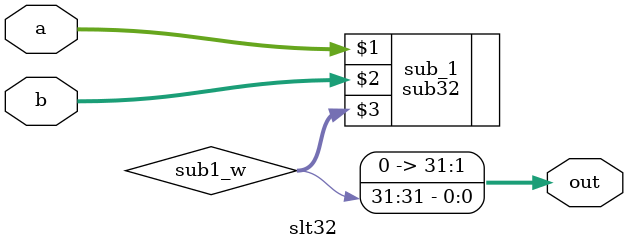
<source format=v>
module slt32 (a, b, out);
input [31:0] a;
input [31:0] b;
output [31:0] out;

wire [31:0] sub1_w;

localparam one = 1'b1;

sub32 sub_1(a, b, sub1_w);
and and_1(out, sub1_w[31], one);

endmodule
</source>
